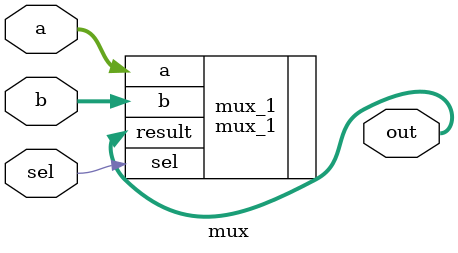
<source format=v>
module mux( 
input [4:0] a, b,
input sel,
output [4:0] out );
// When sel=0, assign a to out. 
// When sel=1, assign b to out.
mux_1 mux_1(
.a(a), 
.b(b), 
.sel(sel),
.result(out)
);
endmodule

</source>
